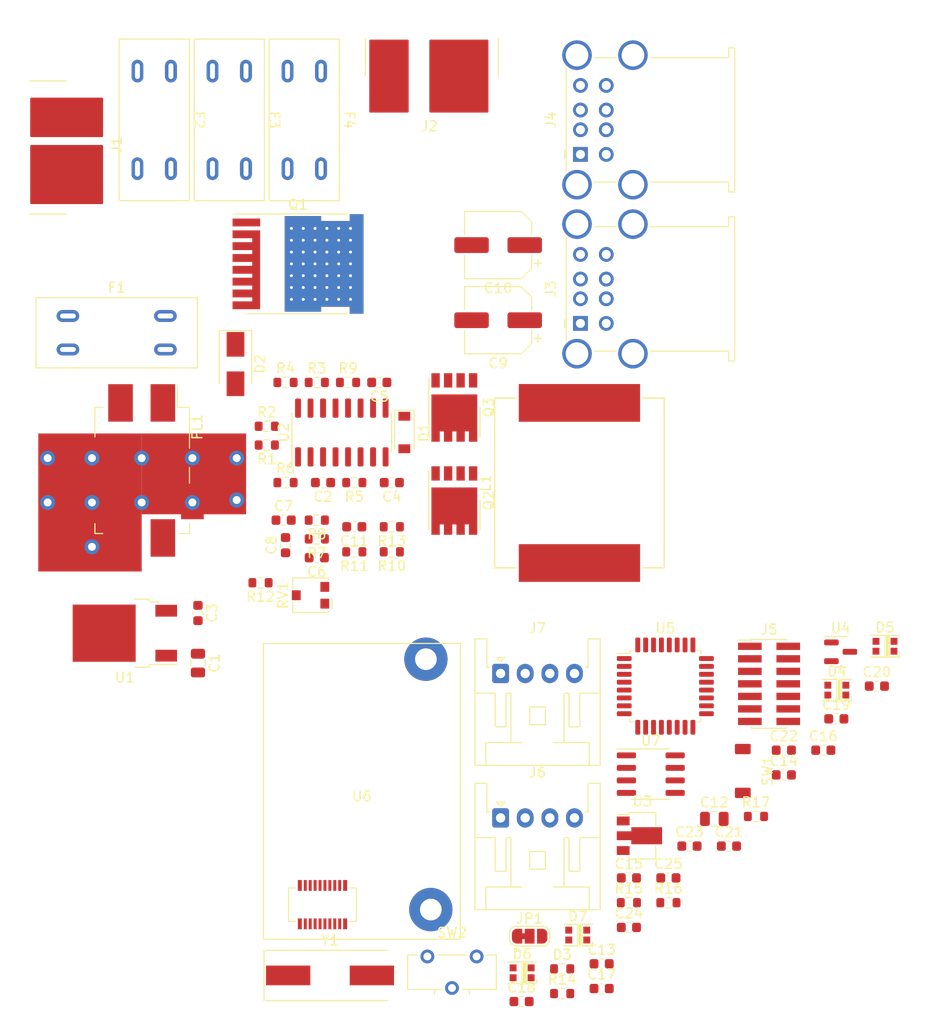
<source format=kicad_pcb>
(kicad_pcb (version 20211014) (generator pcbnew)
  (layers (0 "F.Cu" signal) (31 "B.Cu" signal) (34 "B.Paste" user) (35 "F.Paste" user) (36 "B.SilkS" user "B.Silkscreen") (37 "F.SilkS" user "F.Silkscreen") (38 "B.Mask" user) (39 "F.Mask" user) (44 "Edge.Cuts" user))
  (net 0 "")
  (net 1 "/5V_supply/24V_supply")
  (net 2 "GND")
  (net 3 "Net-(C2-Pad1)")
  (net 4 "Net-(C3-Pad1)")
  (net 5 "Net-(C5-Pad1)")
  (net 6 "Net-(C5-Pad2)")
  (net 7 "Net-(C6-Pad1)")
  (net 8 "Net-(C6-Pad2)")
  (net 9 "Net-(C11-Pad2)")
  (net 10 "Net-(C7-Pad2)")
  (net 11 "+5V")
  (net 12 "Net-(C11-Pad1)")
  (net 13 "+BATT")
  (net 14 "+12P")
  (net 15 "/Vout+")
  (net 16 "GNDPWR")
  (net 17 "/Vout-")
  (net 18 "Net-(J3-Pad6)")
  (net 19 "Net-(J3-Pad2)")
  (net 20 "Net-(J4-Pad6)")
  (net 21 "Net-(J4-Pad2)")
  (net 22 "/main_breaker_gate")
  (net 23 "Net-(Q2-Pad4)")
  (net 24 "Net-(Q3-Pad4)")
  (net 25 "Net-(R1-Pad1)")
  (net 26 "Net-(R3-Pad1)")
  (net 27 "Net-(R3-Pad2)")
  (net 28 "Net-(R5-Pad2)")
  (net 29 "Net-(R6-Pad2)")
  (net 30 "Net-(R9-Pad1)")
  (net 31 "Net-(R10-Pad2)")
  (net 32 "Net-(R11-Pad2)")
  (net 34 "Net-(C14-Pad2)")
  (net 35 "Net-(C15-Pad2)")
  (net 36 "/NRST")
  (net 37 "+3V3")
  (net 38 "Net-(D2-Pad2)")
  (net 39 "Net-(D3-Pad1)")
  (net 40 "Net-(D3-Pad2)")
  (net 41 "/NeoPixel")
  (net 42 "Net-(D4-Pad1)")
  (net 43 "Net-(D5-Pad1)")
  (net 44 "Net-(D6-Pad1)")
  (net 48 "/SWDIO")
  (net 49 "/SWCLK")
  (net 53 "/VCP_RX")
  (net 54 "/VCP_TX")
  (net 56 "/CANH")
  (net 57 "/CANL")
  (net 61 "Net-(JP1-Pad2)")
  (net 62 "Net-(R14-Pad2)")
  (net 63 "Net-(R16-Pad2)")
  (net 64 "Net-(R17-Pad1)")
  (net 66 "/IM920_IO1")
  (net 67 "/IM920_IO2")
  (net 68 "/IM920_IO6")
  (net 69 "/IM920_IO7")
  (net 70 "/IM920_IO5")
  (net 71 "/IM920_IO3")
  (net 72 "/IM920_IO4")
  (net 73 "/IM920_IO8")
  (net 75 "/IM920_IO10")
  (net 76 "/CAN_RX")
  (net 77 "/CAN_TX")
  (footprint "Inductor_SMD:L_Vishay_IHLP-6767" (layer "F.Cu") (at 195.58 114.3 90)
    (fp_text reference "L1" (at 0 -9.509 90) (layer "F.SilkS"))
    (fp_text value "8.2uH")
    (pad "1" smd rect locked (at -8.1225 0 90) (size 3.825 12.32) (layers "F.Cu" "F.Paste" "F.Mask") (net 6 "Net-(C5-Pad2)"))
    (pad "2" smd rect locked (at 8.1225 0 90) (size 3.825 12.32) (layers "F.Cu" "F.Paste" "F.Mask") (net 11 "+5V"))
  )
  (footprint "Button_Switch_additional:IS-1245T-G" (layer "F.Cu") (at 182.64 163.935)
    (fp_text reference "SW2" (at 0 -4) (layer "F.SilkS"))
    (fp_text value "SW_SPDT")
    (pad "1" thru_hole circle locked (at -2.5 -1.6) (size 1.4 1.4) (drill 0.8) (layers *.Cu *.Mask) (net 56 "/CANH"))
    (pad "2" thru_hole circle locked (at 0 1.6) (size 1.4 1.4) (drill 0.8) (layers *.Cu *.Mask) (net 64 "Net-(R17-Pad1)"))
    (pad "3" thru_hole circle locked (at 2.5 -1.6) (size 1.4 1.4) (drill 0.8) (layers *.Cu *.Mask))
  )
  (footprint "Resistor_SMD:R_0603_1608Metric" (layer "F.Cu") (at 176.53 118.745 180)
    (fp_text reference "R13" (at 0 -1.43) (layer "F.SilkS"))
    (fp_text value "100")
    (pad "1" smd roundrect locked (at -0.825 0 180) (size 0.8 0.95) (layers "F.Cu" "F.Paste" "F.Mask") (net 11 "+5V"))
    (pad "2" smd roundrect locked (at 0.825 0 180) (size 0.8 0.95) (layers "F.Cu" "F.Paste" "F.Mask") (net 12 "Net-(C11-Pad1)"))
  )
  (footprint "Capacitor_SMD:C_0603_1608Metric" (layer "F.Cu") (at 156.845 127.495 -90)
    (fp_text reference "C3" (at 0 -1.43 90) (layer "F.SilkS"))
    (fp_text value "100n")
    (pad "1" smd roundrect locked (at -0.775 0 270) (size 0.9 0.95) (layers "F.Cu" "F.Paste" "F.Mask") (net 4 "Net-(C3-Pad1)"))
    (pad "2" smd roundrect locked (at 0.775 0 270) (size 0.9 0.95) (layers "F.Cu" "F.Paste" "F.Mask") (net 2 "GND"))
  )
  (footprint "Connector_JST:JST_XA_S04B-XASK-1_1x04_P2.50mm_Horizontal" (layer "F.Cu") (at 187.575 148.28)
    (fp_text reference "J6" (at 3.75 -4.6) (layer "F.SilkS"))
    (fp_text value "Conn_01x04_Female")
    (pad "" np_thru_hole oval locked (at 3.75 6.5) (size 2.8 2) (drill oval 2.8 2) (layers *.Cu *.Mask))
    (pad "1" thru_hole roundrect locked (at 0 0) (size 1.7 1.95) (drill 0.95) (layers *.Cu *.Mask) (roundrect_rratio 0.147059))
    (pad "2" thru_hole oval locked (at 2.5 0) (size 1.7 1.95) (drill 0.95) (layers *.Cu *.Mask) (net 56 "/CANH"))
    (pad "3" thru_hole oval locked (at 5 0) (size 1.7 1.95) (drill 0.95) (layers *.Cu *.Mask) (net 57 "/CANL"))
    (pad "4" thru_hole oval locked (at 7.5 0) (size 1.7 1.95) (drill 0.95) (layers *.Cu *.Mask))
  )
  (footprint "Capacitor_SMD:C_0603_1608Metric" (layer "F.Cu") (at 200.605 159.39)
    (fp_text reference "C24" (at 0 -1.43) (layer "F.SilkS"))
    (fp_text value "100n")
    (pad "1" smd roundrect locked (at -0.775 0) (size 0.9 0.95) (layers "F.Cu" "F.Paste" "F.Mask") (net 2 "GND"))
    (pad "2" smd roundrect locked (at 0.775 0) (size 0.9 0.95) (layers "F.Cu" "F.Paste" "F.Mask") (net 37 "+3V3"))
  )
  (footprint "Capacitor_SMD:C_0603_1608Metric" (layer "F.Cu") (at 176.53 114.2625 180)
    (fp_text reference "C4" (at 0 -1.43) (layer "F.SilkS"))
    (fp_text value "1u")
    (pad "1" smd roundrect locked (at -0.775 0 180) (size 0.9 0.95) (layers "F.Cu" "F.Paste" "F.Mask") (net 4 "Net-(C3-Pad1)"))
    (pad "2" smd roundrect locked (at 0.775 0 180) (size 0.9 0.95) (layers "F.Cu" "F.Paste" "F.Mask") (net 2 "GND"))
  )
  (footprint "Diode_SMD:D_SMA" (layer "F.Cu") (at 160.655 102.235 -90)
    (fp_text reference "D2" (at 0 -2.5 90) (layer "F.SilkS"))
    (fp_text value "D_TVS")
    (pad "1" smd rect locked (at -2 0 270) (size 2.5 1.8) (layers "F.Cu" "F.Paste" "F.Mask") (net 16 "GNDPWR"))
    (pad "2" smd rect locked (at 2 0 270) (size 2.5 1.8) (layers "F.Cu" "F.Paste" "F.Mask") (net 38 "Net-(D2-Pad2)"))
  )
  (footprint "Resistor_SMD:R_0603_1608Metric" (layer "F.Cu") (at 165.735 114.2625)
    (fp_text reference "R6" (at 0 -1.43) (layer "F.SilkS"))
    (fp_text value "10k")
    (pad "1" smd roundrect locked (at -0.825 0) (size 0.8 0.95) (layers "F.Cu" "F.Paste" "F.Mask") (net 2 "GND"))
    (pad "2" smd roundrect locked (at 0.825 0) (size 0.8 0.95) (layers "F.Cu" "F.Paste" "F.Mask") (net 29 "Net-(R6-Pad2)"))
  )
  (footprint "Jumper:SolderJumper-3_P1.3mm_Bridged12_RoundedPad1.0x1.5mm" (layer "F.Cu") (at 190.525 160.28)
    (fp_text reference "JP1" (at 0 -1.8) (layer "F.SilkS"))
    (fp_text value "SolderJumper_3_Bridged12")
    (fp_poly (pts (xy -0.9 -0.3) (xy -0.4 -0.3) (xy -0.4 0.3) (xy -0.9 0.3)) (layer "F.Cu") (width 0) (fill solid))
    (pad "1" smd custom locked (at -1.3 0) (size 1 0.5) (layers "F.Cu" "F.Mask") (net 2 "GND") (options (clearance outline) (anchor rect)) (primitives (gr_circle (center 0 0.25) (end 0.5 0.25) (width 0) (fill yes)) (gr_circle (center 0 -0.25) (end 0.5 -0.25) (width 0) (fill yes)) (gr_poly (pts (xy 0.55 0.75) (xy 0 0.75) (xy 0 -0.75) (xy 0.55 -0.75)) (width 0) (fill yes))))
    (pad "2" smd rect locked (at 0 0) (size 1 1.5) (layers "F.Cu" "F.Mask") (net 61 "Net-(JP1-Pad2)"))
    (pad "3" smd custom locked (at 1.3 0) (size 1 0.5) (layers "F.Cu" "F.Mask") (net 37 "+3V3") (options (clearance outline) (anchor rect)) (primitives (gr_circle (center 0 0.25) (end 0.5 0.25) (width 0) (fill yes)) (gr_circle (center 0 -0.25) (end 0.5 -0.25) (width 0) (fill yes)) (gr_poly (pts (xy 0 0.75) (xy -0.55 0.75) (xy -0.55 -0.75) (xy 0 -0.75)) (width 0) (fill yes))))
  )
  (footprint "Resistor_SMD:R_0603_1608Metric" (layer "F.Cu") (at 193.825 166.1)
    (fp_text reference "R14" (at 0 -1.43) (layer "F.SilkS"))
    (fp_text value "10k")
    (pad "1" smd roundrect locked (at -0.825 0) (size 0.8 0.95) (layers "F.Cu" "F.Paste" "F.Mask") (net 61 "Net-(JP1-Pad2)"))
    (pad "2" smd roundrect locked (at 0.825 0) (size 0.8 0.95) (layers "F.Cu" "F.Paste" "F.Mask") (net 62 "Net-(R14-Pad2)"))
  )
  (footprint "Capacitor_SMD:C_0603_1608Metric" (layer "F.Cu") (at 165.545 118.0725)
    (fp_text reference "C7" (at 0 -1.43) (layer "F.SilkS"))
    (fp_text value "10n")
    (pad "1" smd roundrect locked (at -0.775 0) (size 0.9 0.95) (layers "F.Cu" "F.Paste" "F.Mask") (net 9 "Net-(C11-Pad2)"))
    (pad "2" smd roundrect locked (at 0.775 0) (size 0.9 0.95) (layers "F.Cu" "F.Paste" "F.Mask") (net 10 "Net-(C7-Pad2)"))
  )
  (footprint "Connector_T_connector:T_connecter_male_horizontal" (layer "F.Cu") (at 143.51 80.01 180)
    (fp_text reference "J1" (at -5.08 0 90) (layer "F.SilkS"))
    (fp_text value "Conn_01x02_Male")
    (pad "1" smd roundrect locked (at 0 2.8 180) (size 7.4 4) (layers "F.Cu" "F.Paste" "F.Mask") (roundrect_rratio 0.025) (net 13 "+BATT"))
    (pad "2" smd roundrect locked (at 0 -3 270) (size 6 7.4) (layers "F.Cu" "F.Paste" "F.Mask") (roundrect_rratio 0.017) (net 16 "GNDPWR"))
  )
  (footprint "Capacitor_SMD:C_0603_1608Metric" (layer "F.Cu") (at 169.545 114.2625 180)
    (fp_text reference "C2" (at 0 -1.43) (layer "F.SilkS"))
    (fp_text value "100n")
    (pad "1" smd roundrect locked (at -0.775 0 180) (size 0.9 0.95) (layers "F.Cu" "F.Paste" "F.Mask") (net 3 "Net-(C2-Pad1)"))
    (pad "2" smd roundrect locked (at 0.775 0 180) (size 0.9 0.95) (layers "F.Cu" "F.Paste" "F.Mask") (net 2 "GND"))
  )
  (footprint "Resistor_SMD:R_0603_1608Metric" (layer "F.Cu") (at 172.72 114.2625 180)
    (fp_text reference "R5" (at 0 -1.43) (layer "F.SilkS"))
    (fp_text value "10k")
    (pad "1" smd roundrect locked (at -0.825 0 180) (size 0.8 0.95) (layers "F.Cu" "F.Paste" "F.Mask") (net 2 "GND"))
    (pad "2" smd roundrect locked (at 0.825 0 180) (size 0.8 0.95) (layers "F.Cu" "F.Paste" "F.Mask") (net 28 "Net-(R5-Pad2)"))
  )
  (footprint "Resistor_SMD:R_0603_1608Metric" (layer "F.Cu") (at 193.825 163.59)
    (fp_text reference "D3" (at 0 -1.43) (layer "F.SilkS"))
    (fp_text value "LED")
    (pad "1" smd roundrect locked (at -0.825 0) (size 0.8 0.95) (layers "F.Cu" "F.Paste" "F.Mask") (net 39 "Net-(D3-Pad1)"))
    (pad "2" smd roundrect locked (at 0.825 0) (size 0.8 0.95) (layers "F.Cu" "F.Paste" "F.Mask") (net 40 "Net-(D3-Pad2)"))
  )
  (footprint "LED_additional:LED_2020Metric_WS2812C_2.0x2.0mm_P1.0mm" (layer "F.Cu") (at 221.72 135.315)
    (fp_text reference "D4" (at 0 -1.9) (layer "F.SilkS"))
    (fp_text value "WS2812C")
    (pad "1" smd rect locked (at 0.915 0.5) (size 0.7 0.7) (layers "F.Cu" "F.Paste" "F.Mask") (net 42 "Net-(D4-Pad1)"))
    (pad "2" smd rect locked (at 0.915 -0.5) (size 0.7 0.7) (layers "F.Cu" "F.Paste" "F.Mask") (net 2 "GND"))
    (pad "3" smd rect locked (at -0.915 -0.5) (size 0.7 0.7) (layers "F.Cu" "F.Paste" "F.Mask") (net 41 "/NeoPixel"))
    (pad "4" smd rect locked (at -0.915 0.5) (size 0.7 0.7) (layers "F.Cu" "F.Paste" "F.Mask") (net 11 "+5V"))
  )
  (footprint "Fuse_additional:Fuseholder_Keystone_3568" (layer "F.Cu") (at 160.02 77.47 -90)
    (fp_text reference "F3" (at 0 -4.572 -90 unlocked) (layer "F.SilkS"))
    (fp_text value "Fuse")
    (pad "1" thru_hole oval (at -4.95 -1.7 270) (size 2.3 1.2) (drill oval 1.6 0.5) (layers *.Cu *.Mask) (net 13 "+BATT"))
    (pad "1" thru_hole oval (at -4.95 1.7 270) (size 2.3 1.2) (drill oval 1.6 0.5) (layers *.Cu *.Mask) (net 13 "+BATT"))
    (pad "2" thru_hole oval (at 4.95 1.7 270) (size 2.3 1.2) (drill oval 1.6 0.5) (layers *.Cu *.Mask) (net 15 "/Vout+"))
    (pad "2" thru_hole oval (at 4.95 -1.7 270) (size 2.3 1.2) (drill oval 1.6 0.5) (layers *.Cu *.Mask) (net 15 "/Vout+"))
  )
  (footprint "Capacitor_SMD:C_0603_1608Metric" (layer "F.Cu") (at 165.735 120.6125 90)
    (fp_text reference "C8" (at 0 -1.43 90) (layer "F.SilkS"))
    (fp_text value "1n")
    (pad "1" smd roundrect locked (at -0.775 0 90) (size 0.9 0.95) (layers "F.Cu" "F.Paste" "F.Mask") (net 8 "Net-(C6-Pad2)"))
    (pad "2" smd roundrect locked (at 0.775 0 90) (size 0.9 0.95) (layers "F.Cu" "F.Paste" "F.Mask") (net 9 "Net-(C11-Pad2)"))
  )
  (footprint "Fuse_additional:Fuseholder_Keystone_3568" (layer "F.Cu") (at 152.4 77.47 -90)
    (fp_text reference "F2" (at 0 -4.572 -90 unlocked) (layer "F.SilkS"))
    (fp_text value "Fuse")
    (pad "1" thru_hole oval (at -4.95 -1.7 270) (size 2.3 1.2) (drill oval 1.6 0.5) (layers *.Cu *.Mask) (net 13 "+BATT"))
    (pad "1" thru_hole oval (at -4.95 1.7 270) (size 2.3 1.2) (drill oval 1.6 0.5) (layers *.Cu *.Mask) (net 13 "+BATT"))
    (pad "2" thru_hole oval (at 4.95 -1.7 270) (size 2.3 1.2) (drill oval 1.6 0.5) (layers *.Cu *.Mask) (net 15 "/Vout+"))
    (pad "2" thru_hole oval (at 4.95 1.7 270) (size 2.3 1.2) (drill oval 1.6 0.5) (layers *.Cu *.Mask) (net 15 "/Vout+"))
  )
  (footprint "Resistor_SMD:R_0603_1608Metric" (layer "F.Cu") (at 168.91 118.0725 180)
    (fp_text reference "R8" (at 0 -1.43) (layer "F.SilkS"))
    (fp_text value "5k")
    (pad "1" smd roundrect locked (at -0.825 0 180) (size 0.8 0.95) (layers "F.Cu" "F.Paste" "F.Mask") (net 7 "Net-(C6-Pad1)"))
    (pad "2" smd roundrect locked (at 0.825 0 180) (size 0.8 0.95) (layers "F.Cu" "F.Paste" "F.Mask") (net 10 "Net-(C7-Pad2)"))
  )
  (footprint "Capacitor_SMD:C_0603_1608Metric" (layer "F.Cu") (at 221.665 138.23)
    (fp_text reference "C19" (at 0 -1.43) (layer "F.SilkS"))
    (fp_text value "100n")
    (pad "1" smd roundrect locked (at -0.775 0) (size 0.9 0.95) (layers "F.Cu" "F.Paste" "F.Mask") (net 2 "GND"))
    (pad "2" smd roundrect locked (at 0.775 0) (size 0.9 0.95) (layers "F.Cu" "F.Paste" "F.Mask") (net 37 "+3V3"))
  )
  (footprint "Resistor_SMD:R_0603_1608Metric" (layer "F.Cu") (at 168.91 119.9775 180)
    (fp_text reference "R7" (at 0 -1.43) (layer "F.SilkS"))
    (fp_text value "5k")
    (pad "1" smd roundrect locked (at -0.825 0 180) (size 0.8 0.95) (layers "F.Cu" "F.Paste" "F.Mask") (net 7 "Net-(C6-Pad1)"))
    (pad "2" smd roundrect locked (at 0.825 0 180) (size 0.8 0.95) (layers "F.Cu" "F.Paste" "F.Mask") (net 10 "Net-(C7-Pad2)"))
  )
  (footprint "Package_TO_SOT_SMD:TO-252-2" (layer "F.Cu") (at 149.42 129.54 180)
    (fp_text reference "U1" (at 0 -4.5) (layer "F.SilkS"))
    (fp_text value "L7812")
    (pad "1" smd rect locked (at -4.2 -2.28 180) (size 2.2 1.2) (layers "F.Cu" "F.Paste" "F.Mask") (net 1 "/5V_supply/24V_supply"))
    (pad "2" smd rect locked (at 2.1 0 180) (size 6.4 5.8) (layers "F.Cu" "F.Mask") (net 2 "GND"))
    (pad "3" smd rect locked (at -4.2 2.28 180) (size 2.2 1.2) (layers "F.Cu" "F.Paste" "F.Mask") (net 4 "Net-(C3-Pad1)"))
  )
  (footprint "Connector_T_connector:T_connecter_female_horizontal" (layer "F.Cu") (at 180.34 73.025 90)
    (fp_text reference "J2" (at -5.08 0) (layer "F.SilkS"))
    (fp_text value "Conn_01x02_Female")
    (pad "1" smd roundrect locked (at 0 -4.1 90) (size 7.4 4) (layers "F.Cu" "F.Paste" "F.Mask") (roundrect_rratio 0.025) (net 15 "/Vout+"))
    (pad "2" smd roundrect locked (at 0 3 180) (size 6 7.4) (layers "F.Cu" "F.Paste" "F.Mask") (roundrect_rratio 0.017) (net 17 "/Vout-"))
  )
  (footprint "Package_SO:SOIC-16_3.9x9.9mm_P1.27mm" (layer "F.Cu") (at 171.45 109.1825 90)
    (fp_text reference "U2" (at 0 -5.9 90) (layer "F.SilkS"))
    (fp_text value "NCP1034")
    (pad "1" smd roundrect locked (at -2.475 -4.445 90) (size 1.95 0.6) (layers "F.Cu" "F.Paste" "F.Mask") (net 29 "Net-(R6-Pad2)"))
    (pad "2" smd roundrect locked (at -2.475 -3.175 90) (size 1.95 0.6) (layers "F.Cu" "F.Paste" "F.Mask") (net 9 "Net-(C11-Pad2)"))
    (pad "3" smd roundrect locked (at -2.475 -1.905 90) (size 1.95 0.6) (layers "F.Cu" "F.Paste" "F.Mask") (net 7 "Net-(C6-Pad1)"))
    (pad "4" smd roundrect locked (at -2.475 -0.635 90) (size 1.95 0.6) (layers "F.Cu" "F.Paste" "F.Mask") (net 3 "Net-(C2-Pad1)"))
    (pad "5" smd roundrect locked (at -2.475 0.635 90) (size 1.95 0.6) (layers "F.Cu" "F.Paste" "F.Mask") (net 28 "Net-(R5-Pad2)"))
    (pad "6" smd roundrect locked (at -2.475 1.905 90) (size 1.95 0.6) (layers "F.Cu" "F.Paste" "F.Mask") (net 2 "GND"))
    (pad "7" smd roundrect locked (at -2.475 3.175 90) (size 1.95 0.6) (layers "F.Cu" "F.Paste" "F.Mask") (net 24 "Net-(Q3-Pad4)"))
    (pad "8" smd roundrect locked (at -2.475 4.445 90) (size 1.95 0.6) (layers "F.Cu" "F.Paste" "F.Mask") (net 4 "Net-(C3-Pad1)"))
    (pad "9" smd roundrect locked (at 2.475 4.445 90) (size 1.95 0.6) (layers "F.Cu" "F.Paste" "F.Mask") (net 5 "Net-(C5-Pad1)"))
    (pad "10" smd roundrect locked (at 2.475 3.175 90) (size 1.95 0.6) (layers "F.Cu" "F.Paste" "F.Mask") (net 23 "Net-(Q2-Pad4)"))
    (pad "11" smd roundrect locked (at 2.475 1.905 90) (size 1.95 0.6) (layers "F.Cu" "F.Paste" "F.Mask") (net 6 "Net-(C5-Pad2)"))
    (pad "12" smd roundrect locked (at 2.475 0.635 90) (size 1.95 0.6) (layers "F.Cu" "F.Paste" "F.Mask") (net 4 "Net-(C3-Pad1)"))
    (pad "13" smd roundrect locked (at 2.475 -0.635 90) (size 1.95 0.6) (layers "F.Cu" "F.Paste" "F.Mask") (net 30 "Net-(R9-Pad1)"))
    (pad "14" smd roundrect locked (at 2.475 -1.905 90) (size 1.95 0.6) (layers "F.Cu" "F.Paste" "F.Mask") (net 2 "GND"))
    (pad "15" smd roundrect locked (at 2.475 -3.175 90) (size 1.95 0.6) (layers "F.Cu" "F.Paste" "F.Mask") (net 27 "Net-(R3-Pad2)"))
    (pad "16" smd roundrect locked (at 2.475 -4.445 90) (size 1.95 0.6) (layers "F.Cu" "F.Paste" "F.Mask") (net 25 "Net-(R1-Pad1)"))
  )
  (footprint "Resistor_SMD:R_0603_1608Metric" (layer "F.Cu") (at 213.505 148.13)
    (fp_text reference "R17" (at 0 -1.43) (layer "F.SilkS"))
    (fp_text value "120")
    (pad "1" smd roundrect locked (at -0.825 0) (size 0.8 0.95) (layers "F.Cu" "F.Paste" "F.Mask") (net 64 "Net-(R17-Pad1)"))
    (pad "2" smd roundrect locked (at 0.825 0) (size 0.8 0.95) (layers "F.Cu" "F.Paste" "F.Mask") (net 57 "/CANL"))
  )
  (footprint "Capacitor_SMD:C_0603_1608Metric" (layer "F.Cu") (at 197.835 165.59)
    (fp_text reference "C17" (at 0 -1.43) (layer "F.SilkS"))
    (fp_text value "1u")
    (pad "1" smd roundrect locked (at -0.775 0) (size 0.9 0.95) (layers "F.Cu" "F.Paste" "F.Mask") (net 2 "GND"))
    (pad "2" smd roundrect locked (at 0.775 0) (size 0.9 0.95) (layers "F.Cu" "F.Paste" "F.Mask") (net 11 "+5V"))
  )
  (footprint "LED_additional:LED_2020Metric_WS2812C_2.0x2.0mm_P1.0mm" (layer "F.Cu") (at 189.76 163.995)
    (fp_text reference "D6" (at 0 -1.9) (layer "F.SilkS"))
    (fp_text value "WS2812C")
    (pad "1" smd rect locked (at 0.915 0.5) (size 0.7 0.7) (layers "F.Cu" "F.Paste" "F.Mask") (net 44 "Net-(D6-Pad1)"))
    (pad "2" smd rect locked (at 0.915 -0.5) (size 0.7 0.7) (layers "F.Cu" "F.Paste" "F.Mask") (net 2 "GND"))
    (pad "3" smd rect locked (at -0.915 -0.5) (size 0.7 0.7) (layers "F.Cu" "F.Paste" "F.Mask") (net 43 "Net-(D5-Pad1)"))
    (pad "4" smd rect locked (at -0.915 0.5) (size 0.7 0.7) (layers "F.Cu" "F.Paste" "F.Mask") (net 11 "+5V"))
  )
  (footprint "Connector_USB:USB_A_Wuerth_61400826021_Horizontal_Stacked" (layer "F.Cu") (at 195.685 98.115 90)
    (fp_text reference "J3" (at 3.5 -3 90) (layer "F.SilkS"))
    (fp_text value "USB_A_Stacked")
    (pad "1" thru_hole rect locked (at 0 0 90) (size 1.5 1.5) (drill 0.92) (layers *.Cu *.Mask) (net 11 "+5V"))
    (pad "2" thru_hole circle locked (at 2.5 0 90) (size 1.5 1.5) (drill 0.92) (layers *.Cu *.Mask) (net 19 "Net-(J3-Pad2)"))
    (pad "3" thru_hole circle locked (at 4.5 0 90) (size 1.5 1.5) (drill 0.92) (layers *.Cu *.Mask) (net 19 "Net-(J3-Pad2)"))
    (pad "4" thru_hole circle locked (at 7 0 90) (size 1.5 1.5) (drill 0.92) (layers *.Cu *.Mask) (net 2 "GND"))
    (pad "5" thru_hole circle locked (at 0 2.62 90) (size 1.5 1.5) (drill 0.92) (layers *.Cu *.Mask) (net 11 "+5V"))
    (pad "6" thru_hole circle locked (at 2.5 2.62 90) (size 1.5 1.5) (drill 0.92) (layers *.Cu *.Mask) (net 18 "Net-(J3-Pad6)"))
    (pad "7" thru_hole circle locked (at 4.5 2.62 90) (size 1.5 1.5) (drill 0.92) (layers *.Cu *.Mask) (net 18 "Net-(J3-Pad6)"))
    (pad "8" thru_hole circle locked (at 7 2.62 90) (size 1.5 1.5) (drill 0.92) (layers *.Cu *.Mask) (net 2 "GND"))
    (pad "9" thru_hole circle locked (at -3.07 -0.35 90) (size 3 3) (drill 2.3) (layers *.Cu *.Mask) (net 2 "GND"))
    (pad "9" thru_hole circle locked (at 10.07 5.33 90) (size 3 3) (drill 2.3) (layers *.Cu *.Mask) (net 2 "GND"))
    (pad "9" thru_hole circle locked (at -3.07 5.33 90) (size 3 3) (drill 2.3) (layers *.Cu *.Mask) (net 2 "GND"))
    (pad "9" thru_hole circle locked (at 10.07 -0.35 90) (size 3 3) (drill 2.3) (layers *.Cu *.Mask) (net 2 "GND"))
  )
  (footprint "Capacitor_SMD:C_0603_1608Metric" (layer "F.Cu") (at 175.26 104.1025 180)
    (fp_text reference "C5" (at 0 -1.43) (layer "F.SilkS"))
    (fp_text value "100n")
    (pad "1" smd roundrect locked (at -0.775 0 180) (size 0.9 0.95) (layers "F.Cu" "F.Paste" "F.Mask") (net 5 "Net-(C5-Pad1)"))
    (pad "2" smd roundrect locked (at 0.775 0 180) (size 0.9 0.95) (layers "F.Cu" "F.Paste" "F.Mask") (net 6 "Net-(C5-Pad2)"))
  )
  (footprint "Capacitor_SMD:C_0603_1608Metric" (layer "F.Cu") (at 225.785 134.91)
    (fp_text reference "C20" (at 0 -1.43) (layer "F.SilkS"))
    (fp_text value "100n")
    (pad "1" smd roundrect locked (at -0.775 0) (size 0.9 0.95) (layers "F.Cu" "F.Paste" "F.Mask") (net 2 "GND"))
    (pad "2" smd roundrect locked (at 0.775 0) (size 0.9 0.95) (layers "F.Cu" "F.Paste" "F.Mask") (net 11 "+5V"))
  )
  (footprint "Capacitor_SMD:C_0603_1608Metric" (layer "F.Cu") (at 197.835 163.08)
    (fp_text reference "C13" (at 0 -1.43) (layer "F.SilkS"))
    (fp_text value "100n")
    (pad "1" smd roundrect locked (at -0.775 0) (size 0.9 0.95) (layers "F.Cu" "F.Paste" "F.Mask") (net 16 "GNDPWR"))
    (pad "2" smd roundrect locked (at 0.775 0) (size 0.9 0.95) (layers "F.Cu" "F.Paste" "F.Mask") (net 14 "+12P"))
  )
  (footprint "Resistor_SMD:R_0603_1608Metric" (layer "F.Cu") (at 172.085 104.1025)
    (fp_text reference "R9" (at 0 -1.43) (layer "F.SilkS"))
    (fp_text value "10k")
    (pad "1" smd roundrect locked (at -0.825 0) (size 0.8 0.95) (layers "F.Cu" "F.Paste" "F.Mask") (net 30 "Net-(R9-Pad1)"))
    (pad "2" smd roundrect locked (at 0.825 0) (size 0.8 0.95) (layers "F.Cu" "F.Paste" "F.Mask") (net 6 "Net-(C5-Pad2)"))
  )
  (footprint "Package_SO:SOIC-8_3.9x4.9mm_P1.27mm" (layer "F.Cu") (at 202.825 143.84)
    (fp_text reference "U7" (at 0 -3.4) (layer "F.SilkS"))
    (fp_text value "MCP2551-I-SN")
    (pad "1" smd roundrect locked (at -2.475 -1.905) (size 1.95 0.6) (layers "F.Cu" "F.Paste" "F.Mask") (net 77 "/CAN_TX"))
    (pad "2" smd roundrect locked (at -2.475 -0.635) (size 1.95 0.6) (layers "F.Cu" "F.Paste" "F.Mask") (net 2 "GND"))
    (pad "3" smd roundrect locked (at -2.475 0.635) (size 1.95 0.6) (layers "F.Cu" "F.Paste" "F.Mask") (net 11 "+5V"))
    (pad "4" smd roundrect locked (at -2.475 1.905) (size 1.95 0.6) (layers "F.Cu" "F.Paste" "F.Mask") (net 76 "/CAN_RX"))
    (pad "5" smd roundrect locked (at 2.475 1.905) (size 1.95 0.6) (layers "F.Cu" "F.Paste" "F.Mask"))
    (pad "6" smd roundrect locked (at 2.475 0.635) (size 1.95 0.6) (layers "F.Cu" "F.Paste" "F.Mask") (net 57 "/CANL"))
    (pad "7" smd roundrect locked (at 2.475 -0.635) (size 1.95 0.6) (layers "F.Cu" "F.Paste" "F.Mask") (net 56 "/CANH"))
    (pad "8" smd roundrect locked (at 2.475 -1.905) (size 1.95 0.6) (layers "F.Cu" "F.Paste" "F.Mask") (net 63 "Net-(R16-Pad2)"))
  )
  (footprint "Crystal:Crystal_SMD_HC49-SD" (layer "F.Cu") (at 170.255 164.26)
    (fp_text reference "Y1" (at 0 -3.55) (layer "F.SilkS"))
    (fp_text value "16MHz")
    (pad "1" smd rect locked (at -4.25 0) (size 4.5 2) (layers "F.Cu" "F.Paste" "F.Mask") (net 35 "Net-(C15-Pad2)"))
    (pad "2" smd rect locked (at 4.25 0) (size 4.5 2) (layers "F.Cu" "F.Paste" "F.Mask") (net 34 "Net-(C14-Pad2)"))
  )
  (footprint "Potentiometer_additional:Potentiometer_Murata_PVZ3A" (layer "F.Cu") (at 168.275 125.6925 90)
    (fp_text reference "RV1" (at 0 -2.794 90 unlocked) (layer "F.SilkS"))
    (fp_text value "2.2k_Potentiometer")
    (pad "1" smd roundrect (at -0.85 1.45 90) (size 1 0.9) (layers "F.Cu" "F.Paste" "F.Mask") (roundrect_rratio 0.05) (net 32 "Net-(R11-Pad2)"))
    (pad "2" smd roundrect (at 0 -1.45 90) (size 1 0.9) (layers "F.Cu" "F.Paste" "F.Mask") (roundrect_rratio 0.05) (net 9 "Net-(C11-Pad2)"))
    (pad "3" smd roundrect (at 0.85 1.45 90) (size 1 0.9) (layers "F.Cu" "F.Paste" "F.Mask") (roundrect_rratio 0.05))
  )
  (footprint "Capacitor_SMD:C_0603_1608Metric" (layer "F.Cu") (at 189.705 166.91)
    (fp_text reference "C18" (at 0 -1.43) (layer "F.SilkS"))
    (fp_text value "1u")
    (pad "1" smd roundrect locked (at -0.775 0) (size 0.9 0.95) (layers "F.Cu" "F.Paste" "F.Mask") (net 2 "GND"))
    (pad "2" smd roundrect locked (at 0.775 0) (size 0.9 0.95) (layers "F.Cu" "F.Paste" "F.Mask") (net 37 "+3V3"))
  )
  (footprint "Connector_USB:USB_A_Wuerth_61400826021_Horizontal_Stacked" (layer "F.Cu") (at 195.685 80.97 90)
    (fp_text reference "J4" (at 3.5 -3 90) (layer "F.SilkS"))
    (fp_text value "USB_A_Stacked")
    (pad "1" thru_hole rect locked (at 0 0 90) (size 1.5 1.5) (drill 0.92) (layers *.Cu *.Mask) (net 11 "+5V"))
    (pad "2" thru_hole circle locked (at 2.5 0 90) (size 1.5 1.5) (drill 0.92) (layers *.Cu *.Mask) (net 21 "Net-(J4-Pad2)"))
    (pad "3" thru_hole circle locked (at 4.5 0 90) (size 1.5 1.5) (drill 0.92) (layers *.Cu *.Mask) (net 21 "Net-(J4-Pad2)"))
    (pad "4" thru_hole circle locked (at 7 0 90) (size 1.5 1.5) (drill 0.92) (layers *.Cu *.Mask) (net 2 "GND"))
    (pad "5" thru_hole circle locked (at 0 2.62 90) (size 1.5 1.5) (drill 0.92) (layers *.Cu *.Mask) (net 11 "+5V"))
    (pad "6" thru_hole circle locked (at 2.5 2.62 90) (size 1.5 1.5) (drill 0.92) (layers *.Cu *.Mask) (net 20 "Net-(J4-Pad6)"))
    (pad "7" thru_hole circle locked (at 4.5 2.62 90) (size 1.5 1.5) (drill 0.92) (layers *.Cu *.Mask) (net 20 "Net-(J4-Pad6)"))
    (pad "8" thru_hole circle locked (at 7 2.62 90) (size 1.5 1.5) (drill 0.92) (layers *.Cu *.Mask) (net 2 "GND"))
    (pad "9" thru_hole circle locked (at -3.07 -0.35 90) (size 3 3) (drill 2.3) (layers *.Cu *.Mask) (net 2 "GND"))
    (pad "9" thru_hole circle locked (at 10.07 5.33 90) (size 3 3) (drill 2.3) (layers *.Cu *.Mask) (net 2 "GND"))
    (pad "9" thru_hole circle locked (at 10.07 -0.35 90) (size 3 3) (drill 2.3) (layers *.Cu *.Mask) (net 2 "GND"))
    (pad "9" thru_hole circle locked (at -3.07 5.33 90) (size 3 3) (drill 2.3) (layers *.Cu *.Mask) (net 2 "GND"))
  )
  (footprint "Capacitor_SMD:C_0603_1608Metric" (layer "F.Cu") (at 200.605 154.37)
    (fp_text reference "C15" (at 0 -1.43) (layer "F.SilkS"))
    (fp_text value "22p")
    (pad "1" smd roundrect locked (at -0.775 0) (size 0.9 0.95) (layers "F.Cu" "F.Paste" "F.Mask") (net 2 "GND"))
    (pad "2" smd roundrect locked (at 0.775 0) (size 0.9 0.95) (layers "F.Cu" "F.Paste" "F.Mask") (net 35 "Net-(C15-Pad2)"))
  )
  (footprint "Resistor_SMD:R_0603_1608Metric" (layer "F.Cu") (at 163.83 108.5475)
    (fp_text reference "R2" (at 0 -1.43) (layer "F.SilkS"))
    (fp_text value "10k")
    (pad "1" smd roundrect locked (at -0.825 0) (size 0.8 0.95) (layers "F.Cu" "F.Paste" "F.Mask") (net 2 "GND"))
    (pad "2" smd roundrect locked (at 0.825 0) (size 0.8 0.95) (layers "F.Cu" "F.Paste" "F.Mask") (net 25 "Net-(R1-Pad1)"))
  )
  (footprint "Capacitor_SMD:C_0603_1608Metric" (layer "F.Cu") (at 210.765 151.14)
    (fp_text reference "C21" (at 0 -1.43) (layer "F.SilkS"))
    (fp_text value "100n")
    (pad "1" smd roundrect locked (at -0.775 0) (size 0.9 0.95) (layers "F.Cu" "F.Paste" "F.Mask") (net 2 "GND"))
    (pad "2" smd roundrect locked (at 0.775 0) (size 0.9 0.95) (layers "F.Cu" "F.Paste" "F.Mask") (net 11 "+5V"))
  )
  (footprint "Capacitor_SMD:C_0603_1608Metric" (layer "F.Cu") (at 216.335 143.92)
    (fp_text reference "C14" (at 0 -1.43) (layer "F.SilkS"))
    (fp_text value "22p")
    (pad "1" smd roundrect locked (at -0.775 0) (size 0.9 0.95) (layers "F.Cu" "F.Paste" "F.Mask") (net 2 "GND"))
    (pad "2" smd roundrect locked (at 0.775 0) (size 0.9 0.95) (layers "F.Cu" "F.Paste" "F.Mask") (net 34 "Net-(C14-Pad2)"))
  )
  (footprint "Diode_SMD:D_SOD-123" (layer "F.Cu") (at 177.8 109.1825 -90)
    (fp_text reference "D1" (at 0 -2 90) (layer "F.SilkS"))
    (fp_text value "D")
    (pad "1" smd rect locked (at -1.65 0 270) (size 0.9 1.2) (layers "F.Cu" "F.Paste" "F.Mask") (net 5 "Net-(C5-Pad1)"))
    (pad "2" smd rect locked (at 1.65 0 270) (size 0.9 1.2) (layers "F.Cu" "F.Paste" "F.Mask") (net 4 "Net-(C3-Pad1)"))
  )
  (footprint "Package_TO_SOT_SMD:Infineon_PG-HSOF-8-1_ThermalVias" (layer "F.Cu") (at 167.005 92.075)
    (fp_text reference "Q1" (at 0 -6) (layer "F.SilkS"))
    (fp_text value "IPT007N06N")
    (pad "1" smd rect locked (at -5.25 -4.2) (size 2.8 0.8) (layers "F.Cu" "F.Mask") (net 22 "/main_breaker_gate"))
    (pad "2" smd custom locked (at -4.25 0.6) (size 0.8 8) (layers "F.Cu" "F.Mask") (net 16 "GNDPWR") (options (clearance outline) (anchor rect)) (primitives (gr_poly (pts (xy -0.4 -3.2) (xy -2.4 -3.2) (xy -2.4 -4) (xy -0.4 -4)) (width 0) (fill yes)) (gr_poly (pts (xy -0.4 -2) (xy -2.4 -2) (xy -2.4 -2.8) (xy -0.4 -2.8)) (width 0) (fill yes)) (gr_poly (pts (xy -0.4 -0.8) (xy -2.4 -0.8) (xy -2.4 -1.6) (xy -0.4 -1.6)) (width 0) (fill yes)) (gr_poly (pts (xy -0.4 0.4) (xy -2.4 0.4) (xy -2.4 -0.4) (xy -0.4 -0.4)) (width 0) (fill yes)) (gr_poly (pts (xy -0.4 1.6) (xy -2.4 1.6) (xy -2.4 0.8) (xy -0.4 0.8)) (width 0) (fill yes)) (gr_poly (pts (xy -0.4 2.8) (xy -2.4 2.8) (xy -2.4 2) (xy -0.4 2)) (width 0) (fill yes)) (gr_poly (pts (xy -0.4 4) (xy -2.4 4) (xy -2.4 3.2) (xy -0.4 3.2)) (width 0) (fill yes))))
    (pad "3" thru_hole circle locked (at -0.67 1.2) (size 0.6 0.6) (drill 0.3) (layers *.Cu) (net 17 "/Vout-"))
    (pad "3" thru_hole circle locked (at 1.73 3.6) (size 0.6 0.6) (drill 0.3) (layers *.Cu) (net 17 "/Vout-"))
    (pad "3" smd custom locked (at 3.8 0) (size 2.9 8.7) (layers "B.Cu") (net 17 "/Vout-") (options (clearance outline) (anchor rect)) (primitives (gr_poly (pts (xy 2.85 5.05) (xy 1.45 5.05) (xy 1.45 -5.05) (xy 2.85 -5.05)) (width 0) (fill yes)) (gr_poly (pts (xy -1.45 4.85) (xy -5.15 4.85) (xy -5.15 -4.85) (xy -1.45 -4.85)) (width 0) (fill yes))))
    (pad "3" thru_hole circle locked (at 4.13 0) (size 0.6 0.6) (drill 0.3) (layers *.Cu) (net 17 "/Vout-"))
    (pad "3" thru_hole circle locked (at 4.13 3.6) (size 0.6 0.6) (drill 0.3) (layers *.Cu) (net 17 "/Vout-"))
    (pad "3" thru_hole circle locked (at 0.53 1.2) (size 0.6 0.6) (drill 0.3) (layers *.Cu) (net 17 "/Vout-"))
    (pad "3" thru_hole circle locked (at -0.67 3.6) (size 0.6 0.6) (drill 0.3) (layers *.Cu) (net 17 "/Vout-"))
    (pad "3" thru_hole circle locked (at 1.73 -1.2) (size 0.6 0.6) (drill 0.3) (layers *.Cu) (net 17 "/Vout-"))
    (pad "3" thru_hole circle locked (at 2.93 -2.4) (size 0.6 0.6) (drill 0.3) (layers *.Cu) (net 17 "/Vout-"))
    (pad "3" thru_hole circle locked (at 0.53 0) (size 0.6 0.6) (drill 0.3) (layers *.Cu) (net 17 "/Vout-"))
    (pad "3" thru_hole circle locked (at 5.33 2.4) (size 0.6 0.6) (drill 0.3) (layers *.Cu) (net 17 "/Vout-"))
    (pad "3" thru_hole circle locked (at 2.93 3.6) (size 0.6 0.6) (drill 0.3) (layers *.Cu) (net 17 "/Vout-"))
    (pad "3" thru_hole circle locked (at 5.33 -3.6) (size 0.6 0.6) (drill 0.3) (layers *.Cu) (net 17 "/Vout-"))
    (pad "3" thru_hole circle locked (at 2.93 2.4) (size 0.6 0.6) (drill 0.3) (layers *.Cu) (net 17 "/Vout-"))
    (pad "3" thru_hole circle locked (at -0.67 0) (size 0.6 0.6) (drill 0.3) (layers *.Cu) (net 17 "/Vout-"))
    (pad "3" smd custom locked (at 3.8 0) (size 2.9 8.7) (layers "F.Cu" "F.Mask") (net 17 "/Vout-") (options (clearance outline) (anchor rect)) (primitives (gr_poly (pts (xy 2.85 5.05) (xy 1.45 5.05) (xy 1.45 -5.05) (xy 2.85 -5.05)) (width 0) (fill yes)) (gr_poly (pts (xy -1.45 4.85) (xy -5.15 4.85) (xy -5.15 -4.85) (xy -1.45 -4.85)) (width 0) (fill yes))))
    (pad "3" thru_hole circle locked (at -0.67 -2.4) (size 0.6 0.6) (drill 0.3) (layers *.Cu) (net 17 "/Vout-"))
    (pad "3" thru_hole circle locked (at 2.93 1.2) (size 0.6 0.6) (drill 0.3) (layers *.Cu) (net 17 "/Vout-"))
    (pad "3" thru_hole circle locked (at 1.73 2.4) (size 0.6 0.6) (drill 0.3) (layers *.Cu) (net 17 "/Vout-"))
    (pad "3" thru_hole circle locked (at 5.33 1.2) (size 0.6 0.6) (drill 0.3) (layers *.Cu) (net 17 "/Vout-"))
    (pad "3" thru_hole circle locked (at 4.13 -2.4) (size 0.6 0.6) (drill 0.3) (layers *.Cu) (net 17 "/Vout-"))
    (pad "3" thru_hole circle locked (at 4.13 -1.2) (size 0.6 0.6) (drill 0.3) (layers *.Cu) (net 17 "/Vout-"))
    (pad "3" thru_hole circle locked (at -0.67 -1.2) (size 0.6 0.6) (drill 0.3) (layers *.Cu) (net 17 "/Vout-"))
    (pad "3" thru_hole circle locked (at 0.53 2.4) (size 0.6 0.6) (drill 0.3) (layers *.Cu) (net 17 "/Vout-"))
    (pad "3" thru_hole circle locked (at 5.33 3.6) (size 0.6 0.6) (drill 0.3) (layers *.Cu) (net 17 "/Vout-"))
    (pad "3" thru_hole circle locked (at -0.67 2.4) (size 0.6 0.6) (drill 0.3) (layers *.Cu) (net 17 "/Vout-"))
    (pad "3" thru_hole circle locked (at 2.93 -1.2) (size 0.6 0.6) (drill 0.3) (layers *.Cu) (net 17 "/Vout-"))
    (pad "3" thru_hole circle locked (at 1.73 -2.4) (size 0.6 0.6) (drill 0.3) (layers *.Cu) (net 17 "/Vout-"))
    (pad "3" thru_hole circle locked (at 5.33 -1.2) (size 0.6 0.6) (drill 0.3) (layers *.Cu) (net 17 "/Vout-"))
    (pad "3" thru_hole circle locked (at 1.73 -3.6) (size 0.6 0.6) (drill 0.3) (layers *.Cu) (net 17 "/Vout-"))
    (pad "3" thru_hole circle locked (at 5.33 0) (size 0.6 0.6) (drill 0.3) (layers *.Cu) (net 17 "/Vout-"))
    (pad "3" thru_hole circle locked (at 2.93 -3.6) (size 0.6 0.6) (drill 0.3) (layers *.Cu) (net 17 "/Vout-"))
    (pad "3" thru_hole circle locked (at 1.73 1.2) (size 0.6 0.6) (drill 0.3) (layers *.Cu) (net 17 "/Vout-"))
    (pad "3" thru_hole circle locked (at 4.13 2.4) (size 0.6 0.6) (drill 0.3) (layers *.Cu) (net 17 "/Vout-"))
    (pad "3" thru_hole circle locked (at 0.53 -1.2) (size 0.6 0.6) (drill 0.3) (layers *.Cu) (net 17 "/Vout-"))
    (pad "3" thru_hole circle locked (at 0.53 -3.6) (size 0.6 0.6) (drill 0.3) (layers *.Cu) (net 17 "/Vout-"))
    (pad "3" thru_hole circle locked (at -0.67 -3.6) (size 0.6 0.6) (drill 0.3) (layers *.Cu) (net 17 "/Vout-"))
    (pad "3" thru_hole circle locked (at 1.73 0) (size 0.6 0.6) (drill 0.3) (layers *.Cu) (net 17 "/Vout-"))
    (pad "3" thru_hole circle locked (at 0.53 3.6) (size 0.6 0.6) (drill 0.3) (layers *.Cu) (net 17 "/Vout-"))
    (pad "3" thru_hole circle locked (at 0.53 -2.4) (size 0.6 0.6) (drill 0.3) (layers *.Cu) (net 17 "/Vout-"))
    (pad "3" thru_hole circle locked (at 4.13 -3.6) (size 0.6 0.6) (drill 0.3) (layers *.Cu) (net 17 "/Vout-"))
    (pad "3" thru_hole circle locked (at 5.33 -2.4) (size 0.6 0.6) (drill 0.3) (layers *.Cu) (net 17 "/Vout-"))
    (pad "3" thru_hole circle locked (at 2.93 0) (size 0.6 0.6) (drill 0.3) (layers *.Cu) (net 17 "/Vout-"))
    (pad "3" thru_hole circle locked (at 4.13 1.2) (size 0.6 0.6) (drill 0.3) (layers *.Cu) (net 17 "/Vout-"))
  )
  (footprint "LED_additional:LED_2020Metric_WS2812C_2.0x2.0mm_P1.0mm" (layer "F.Cu") (at 226.61 130.865)
    (fp_text reference "D5" (at 0 -1.9) (layer "F.SilkS"))
    (fp_text value "WS2812C")
    (pad "1" smd rect locked (at 0.915 0.5) (size 0.7 0.7) (layers "F.Cu" "F.Paste" "F.Mask") (net 43 "Net-(D5-Pad1)"))
    (pad "2" smd rect locked (at 0.915 -0.5) (size 0.7 0.7) (layers "F.Cu" "F.Paste" "F.Mask") (net 2 "GND"))
    (pad "3" smd rect locked (at -0.915 -0.5) (size 0.7 0.7) (layers "F.Cu" "F.Paste" "F.Mask") (net 42 "Net-(D4-Pad1)"))
    (pad "4" smd rect locked (at -0.915 0.5) (size 0.7 0.7) (layers "F.Cu" "F.Paste" "F.Mask") (net 11 "+5V"))
  )
  (footprint "Capacitor_SMD:C_0603_1608Metric" (layer "F.Cu") (at 220.345 141.41)
    (fp_text reference "C16" (at 0 -1.43) (layer "F.SilkS"))
    (fp_text value "100n")
    (pad "1" smd roundrect locked (at -0.775 0) (size 0.9 0.95) (layers "F.Cu" "F.Paste" "F.Mask") (net 2 "GND"))
    (pad "2" smd roundrect locked (at 0.775 0) (size 0.9 0.95) (layers "F.Cu" "F.Paste" "F.Mask") (net 36 "/NRST"))
  )
  (footprint "Capacitor_SMD:CP_Elec_6.3x7.7" (layer "F.Cu") (at 187.325 90.17 180)
    (fp_text reference "C10" (at 0 -4.35) (layer "F.SilkS"))
    (fp_text value "100u")
    (pad "1" smd roundrect locked (at -2.7 0 180) (size 3.5 1.6) (layers "F.Cu" "F.Paste" "F.Mask") (roundrect_rratio 0.15625) (net 11 "+5V"))
    (pad "2" smd roundrect locked (at 2.7 0 180) (size 3.5 1.6) (layers "F.Cu" "F.Paste" "F.Mask") (roundrect_rratio 0.15625) (net 2 "GND"))
  )
  (footprint "Connector_PinHeader_1.27mm:PinHeader_2x07_P1.27mm_Vertical_SMD" (layer "F.Cu") (at 214.835 134.68)
    (fp_text reference "J5" (at 0 -5.505) (layer "F.SilkS"))
    (fp_text value "Conn_02x07_Odd_Even")
    (pad "1" smd rect locked (at -1.95 -3.81) (size 2.4 0.74) (layers "F.Cu" "F.Paste" "F.Mask"))
    (pad "2" smd rect locked (at 1.95 -3.81) (size 2.4 0.74) (layers "F.Cu" "F.Paste" "F.Mask"))
    (pad "3" smd rect locked (at -1.95 -2.54) (size 2.4 0.74) (layers "F.Cu" "F.Paste" "F.Mask") (net 37 "+3V3"))
    (pad "4" smd rect locked (at 1.95 -2.54) (size 2.4 0.74) (layers "F.Cu" "F.Paste" "F.Mask") (net 48 "/SWDIO"))
    (pad "5" smd rect locked (at -1.95 -1.27) (size 2.4 0.74) (layers "F.Cu" "F.Paste" "F.Mask") (net 2 "GND"))
    (pad "6" smd rect locked (at 1.95 -1.27) (size 2.4 0.74) (layers "F.Cu" "F.Paste" "F.Mask") (net 49 "/SWCLK"))
    (pad "7" smd rect locked (at -1.95 0) (size 2.4 0.74) (layers "F.Cu" "F.Paste" "F.Mask") (net 2 "GND"))
    (pad "8" smd rect locked (at 1.95 0) (size 2.4 0.74) (layers "F.Cu" "F.Paste" "F.Mask"))
    (pad "9" smd rect locked (at -1.95 1.27) (size 2.4 0.74) (layers "F.Cu" "F.Paste" "F.Mask"))
    (pad "10" smd rect locked (at 1.95 1.27) (size 2.4 0.74) (layers "F.Cu" "F.Paste" "F.Mask"))
    (pad "11" smd rect locked (at -1.95 2.54) (size 2.4 0.74) (layers "F.Cu" "F.Paste" "F.Mask") (net 2 "GND"))
    (pad "12" smd rect locked (at 1.95 2.54) (size 2.4 0.74) (layers "F.Cu" "F.Paste" "F.Mask") (net 36 "/NRST"))
    (pad "13" smd rect locked (at -1.95 3.81) (size 2.4 0.74) (layers "F.Cu" "F.Paste" "F.Mask") (net 53 "/VCP_RX"))
    (pad "14" smd rect locked (at 1.95 3.81) (size 2.4 0.74) (layers "F.Cu" "F.Paste" "F.Mask") (net 54 "/VCP_TX"))
  )
  (footprint "Package_TO_SOT_SMD:SOT-89-3" (layer "F.Cu") (at 201.675 150.09)
    (fp_text reference "U3" (at 0.3 -3.5) (layer "F.SilkS"))
    (fp_text value "L78L12_SOT89")
    (pad "1" smd rect locked (at -1.65 -1.5) (size 1.3 0.9) (layers "F.Cu" "F.Paste" "F.Mask") (net 14 "+12P"))
    (pad "2" smd custom locked (at -1.5625 0) (size 1.475 0.9) (layers "F.Cu" "F.Paste" "F.Mask") (net 16 "GNDPWR") (options (clearance outline) (anchor rect)) (primitives (gr_poly (pts (xy 3.8625 0.8665) (xy 0.7375 0.8665) (xy 0.7375 -0.8665) (xy 3.8625 -0.8665)) (width 0) (fill yes))))
    (pad "3" smd rect locked (at -1.65 1.5) (size 1.3 0.9) (layers "F.Cu" "F.Paste" "F.Mask") (net 13 "+BATT"))
  )
  (footprint "Package_QFP:LQFP-32_7x7mm_P0.8mm" (layer "F.Cu") (at 204.305 134.91)
    (fp_text reference "U5" (at 0 -5.88) (layer "F.SilkS"))
    (fp_text value "STM32F303K8Tx")
    (pad "1" smd roundrect locked (at -4.175 -2.8) (size 1.5 0.5) (layers "F.Cu" "F.Paste" "F.Mask") (net 37 "+3V3"))
    (pad "2" smd roundrect locked (at -4.175 -2) (size 1.5 0.5) (layers "F.Cu" "F.Paste" "F.Mask") (net 34 "Net-(C14-Pad2)"))
    (pad "3" smd roundrect locked (at -4.175 -1.2) (size 1.5 0.5) (layers "F.Cu" "F.Paste" "F.Mask") (net 35 "Net-(C15-Pad2)"))
    (pad "4" smd roundrect locked (at -4.175 -0.4) (size 1.5 0.5) (layers "F.Cu" "F.Paste" "F.Mask") (net 36 "/NRST"))
    (pad "5" smd roundrect locked (at -4.175 0.4) (size 1.5 0.5) (layers "F.Cu" "F.Paste" "F.Mask") (net 37 "+3V3"))
    (pad "6" smd roundrect locked (at -4.175 1.2) (size 1.5 0.5) (layers "F.Cu" "F.Paste" "F.Mask") (net 66 "/IM920_IO1"))
    (pad "7" smd roundrect locked (at -4.175 2) (size 1.5 0.5) (layers "F.Cu" "F.Paste" "F.Mask") (net 67 "/IM920_IO2"))
    (pad "8" smd roundrect locked (at -4.175 2.8) (size 1.5 0.5) (layers "F.Cu" "F.Paste" "F.Mask") (net 68 "/IM920_IO6"))
    (pad "9" smd roundrect locked (at -2.8 4.175) (size 0.5 1.5) (layers "F.Cu" "F.Paste" "F.Mask") (net 69 "/IM920_IO7"))
    (pad "10" smd roundrect locked (at -2 4.175) (size 0.5 1.5) (layers "F.Cu" "F.Paste" "F.Mask") (net 70 "/IM920_IO5"))
    (pad "11" smd roundrect locked (at -1.2 4.175) (size 0.5 1.5) (layers "F.Cu" "F.Paste" "F.Mask") (net 71 "/IM920_IO3"))
    (pad "12" smd roundrect locked (at -0.4 4.175) (size 0.5 1.5) (layers "F.Cu" "F.Paste" "F.Mask") (net 72 "/IM920_IO4"))
    (pad "13" smd roundrect locked (at 0.4 4.175) (size 0.5 1.5) (layers "F.Cu" "F.Paste" "F.Mask") (net 73 "/IM920_IO8"))
    (pad "14" smd roundrect locked (at 1.2 4.175) (size 0.5 1.5) (layers "F.Cu" "F.Paste" "F.Mask"))
    (pad "15" smd roundrect locked (at 2 4.175) (size 0.5 1.5) (layers "F.Cu" "F.Paste" "F.Mask") (net 41 "/NeoPixel"))
    (pad "16" smd roundrect locked (at 2.8 4.175) (size 0.5 1.5) (layers "F.Cu" "F.Paste" "F.Mask") (net 2 "GND"))
    (pad "17" smd roundrect locked (at 4.175 2.8) (size 1.5 0.5) (layers "F.Cu" "F.Paste" "F.Mask") (net 37 "+3V3"))
    (pad "18" smd roundrect locked (at 4.175 2) (size 1.5 0.5) (layers "F.Cu" "F.Paste" "F.Mask") (net 75 "/IM920_IO10"))
    (pad "19" smd roundrect locked (at 4.175 1.2) (size 1.5 0.5) (layers "F.Cu" "F.Paste" "F.Mask") (net 53 "/VCP_RX"))
    (pad "20" smd roundrect locked (at 4.175 0.4) (size 1.5 0.5) (layers "F.Cu" "F.Paste" "F.Mask") (net 54 "/VCP_TX"))
    (pad "21" smd roundrect locked (at 4.175 -0.4) (size 1.5 0.5) (layers "F.Cu" "F.Paste" "F.Mask") (net 76 "/CAN_RX"))
    (pad "22" smd roundrect locked (at 4.175 -1.2) (size 1.5 0.5) (layers "F.Cu" "F.Paste" "F.Mask") (net 77 "/CAN_TX"))
    (pad "23" smd roundrect locked (at 4.175 -2) (size 1.5 0.5) (layers "F.Cu" "F.Paste" "F.Mask") (net 48 "/SWDIO"))
    (pad "24" smd roundrect locked (at 4.175 -2.8) (size 1.5 0.5) (layers "F.Cu" "F.Paste" "F.Mask") (net 49 "/SWCLK"))
    (pad "25" smd roundrect locked (at 2.8 -4.175) (size 0.5 1.5) (layers "F.Cu" "F.Paste" "F.Mask"))
    (pad "26" smd roundrect locked (at 2 -4.175) (size 0.5 1.5) (layers "F.Cu" "F.Paste" "F.Mask"))
    (pad "27" smd roundrect locked (at 1.2 -4.175) (size 0.5 1.5) (layers "F.Cu" "F.Paste" "F.Mask"))
    (pad "28" smd roundrect locked (at 0.4 -4.175) (size 0.5 1.5) (layers "F.Cu" "F.Paste" "F.Mask"))
    (pad "29" smd roundrect locked (at -0.4 -4.175) (size 0.5 1.5) (layers "F.Cu" "F.Paste" "F.Mask"))
    (pad "30" smd roundrect locked (at -1.2 -4.175) (size 0.5 1.5) (layers "F.Cu" "F.Paste" "F.Mask"))
    (pad "31" smd roundrect locked (at -2 -4.175) (size 0.5 1.5) (layers "F.Cu" "F.Paste" "F.Mask") (net 62 "Net-(R14-Pad2)"))
    (pad "32" smd roundrect locked (at -2.8 -4.175) (size 0.5 1.5) (layers "F.Cu" "F.Paste" "F.Mask") (net 2 "GND"))
  )
  (footprint "LED_additional:LED_2020Metric_WS2812C_2.0x2.0mm_P1.0mm" (layer "F.Cu") (at 195.41 160.165)
    (fp_text reference "D7" (at 0 -1.9) (layer "F.SilkS"))
    (fp_text value "WS2812C")
    (pad "1" smd rect locked (at 0.915 0.5) (size 0.7 0.7) (layers "F.Cu" "F.Paste" "F.Mask"))
    (pad "2" smd rect locked (at 0.915 -0.5) (size 0.7 0.7) (layers "F.Cu" "F.Paste" "F.Mask") (net 2 "GND"))
    (pad "3" smd rect locked (at -0.915 -0.5) (size 0.7 0.7) (layers "F.Cu" "F.Paste" "F.Mask") (net 44 "Net-(D6-Pad1)"))
    (pad "4" smd rect locked (at -0.915 0.5) (size 0.7 0.7) (layers "F.Cu" "F.Paste" "F.Mask") (net 11 "+5V"))
  )
  (footprint "Resistor_SMD:R_0603_1608Metric" (layer "F.Cu") (at 165.735 104.1025)
    (fp_text reference "R4" (at 0 -1.43) (layer "F.SilkS"))
    (fp_text value "5k")
    (pad "1" smd roundrect locked (at -0.825 0) (size 0.8 0.95) (layers "F.Cu" "F.Paste" "F.Mask") (net 2 "GND"))
    (pad "2" smd roundrect locked (at 0.825 0) (size 0.8 0.95) (layers "F.Cu" "F.Paste" "F.Mask") (net 26 "Net-(R3-Pad1)"))
  )
  (footprint "Resistor_SMD:R_0603_1608Metric" (layer "F.Cu") (at 163.195 124.4225 180)
    (fp_text reference "R12" (at 0 -1.43) (layer "F.SilkS"))
    (fp_text value "5k")
    (pad "1" smd roundrect locked (at -0.825 0 180) (size 0.8 0.95) (layers "F.Cu" "F.Paste" "F.Mask") (net 9 "Net-(C11-Pad2)"))
    (pad "2" smd roundrect locked (at 0.825 0 180) (size 0.8 0.95) (layers "F.Cu" "F.Paste" "F.Mask") (net 2 "GND"))
  )
  (footprint "Resistor_SMD:R_0603_1608Metric" (layer "F.Cu") (at 172.72 121.285 180)
    (fp_text reference "R11" (at 0 -1.43) (layer "F.SilkS"))
    (fp_text value "5k")
    (pad "1" smd roundrect locked (at -0.825 0 180) (size 0.8 0.95) (layers "F.Cu" "F.Paste" "F.Mask") (net 31 "Net-(R10-Pad2)"))
    (pad "2" smd roundrect locked (at 0.825 0 180) (size 0.8 0.95) (layers "F.Cu" "F.Paste" "F.Mask") (net 32 "Net-(R11-Pad2)"))
  )
  (footprint "Resistor_SMD:R_0603_1608Metric" (layer "F.Cu") (at 163.83 110.4525 180)
    (fp_text reference "R1" (at 0 -1.43) (layer "F.SilkS"))
    (fp_text value "100k")
    (pad "1" smd roundrect locked (at -0.825 0 180) (size 0.8 0.95) (layers "F.Cu" "F.Paste" "F.Mask") (net 25 "Net-(R1-Pad1)"))
    (pad "2" smd roundrect locked (at 0.825 0 180) (size 0.8 0.95) (layers "F.Cu" "F.Paste" "F.Mask") (net 1 "/5V_supply/24V_supply"))
  )
  (footprint "Connector_JST:JST_XA_S04B-XASK-1_1x04_P2.50mm_Horizontal" (layer "F.Cu") (at 187.575 133.63)
    (fp_text reference "J7" (at 3.75 -4.6) (layer "F.SilkS"))
    (fp_text value "Conn_01x04_Female")
    (pad "" np_thru_hole oval locked (at 3.75 6.5) (size 2.8 2) (drill oval 2.8 2) (layers *.Cu *.Mask))
    (pad "1" thru_hole roundrect locked (at 0 0) (size 1.7 1.95) (drill 0.95) (layers *.Cu *.Mask) (roundrect_rratio 0.147059))
    (pad "2" thru_hole oval locked (at 2.5 0) (size 1.7 1.95) (drill 0.95) (layers *.Cu *.Mask) (net 56 "/CANH"))
    (pad "3" thru_hole oval locked (at 5 0) (size 1.7 1.95) (drill 0.95) (layers *.Cu *.Mask) (net 57 "/CANL"))
    (pad "4" thru_hole oval locked (at 7.5 0) (size 1.7 1.95) (drill 0.95) (layers *.Cu *.Mask))
  )
  (footprint "Fuse_additional:Fuseholder_Keystone_3568" (layer "F.Cu") (at 167.64 77.47 -90)
    (fp_text reference "F4" (at 0 -4.572 -90 unlocked) (layer "F.SilkS"))
    (fp_text value "Fuse")
    (pad "1" thru_hole oval (at -4.95 1.7 270) (size 2.3 1.2) (drill oval 1.6 0.5) (layers *.Cu *.Mask) (net 13 "+BATT"))
    (pad "1" thru_hole oval (at -4.95 -1.7 270) (size 2.3 1.2) (drill oval 1.6 0.5) (layers *.Cu *.Mask) (net 13 "+BATT"))
    (pad "2" thru_hole oval (at 4.95 1.7 270) (size 2.3 1.2) (drill oval 1.6 0.5) (layers *.Cu *.Mask) (net 15 "/Vout+"))
    (pad "2" thru_hole oval (at 4.95 -1.7 270) (size 2.3 1.2) (drill oval 1.6 0.5) (layers *.Cu *.Mask) (net 15 "/Vout+"))
  )
  (footprint "Fuse_additional:Fuseholder_Keystone_3568" (layer "F.Cu") (at 148.59 99.06)
    (fp_text reference "F1" (at 0 -4.572 unlocked) (layer "F.SilkS"))
    (fp_text value "Fuse")
    (pad "1" thru_hole oval (at -4.95 1.7) (size 2.3 1.2) (drill oval 1.6 0.5) (layers *.Cu *.Mask) (net 13 "+BATT"))
    (pad "1" thru_hole oval (at -4.95 -1.7) (size 2.3 1.2) (drill oval 1.6 0.5) (layers *.Cu *.Mask) (net 13 "+BATT"))
    (pad "2" thru_hole oval (at 4.95 -1.7) (size 2.3 1.2) (drill oval 1.6 0.5) (layers *.Cu *.Mask) (net 38 "Net-(D2-Pad2)"))
    (pad "2" thru_hole oval (at 4.95 1.7) (size 2.3 1.2) (drill oval 1.6 0.5) (layers *.Cu *.Mask) (net 38 "Net-(D2-Pad2)"))
  )
  (footprint "Package_SON_additional:Toshiba_SOP_Advance" (layer "F.Cu") (at 182.88 106.6425 -90)
    (fp_text reference "Q3" (at 0 -3.5 90) (layer "F.SilkS"))
    (fp_text value "TPH11006NL")
    (pad "1" smd rect (at -2.75 -1.905 270) (size 1.45 0.85) (layers "F.Cu" "F.Paste" "F.Mask") (net 2 "GND"))
    (pad "2" smd rect (at -2.75 -0.635 270) (size 1.45 0.85) (layers "F.Cu" "F.Paste" "F.Mask") (net 2 "GND"))
    (pad "3" smd rect (at -2.75 0.635 270) (size 1.45 0.85) (layers "F.Cu" "F.Paste" "F.Mask") (net 2 "GND"))
    (pad "4" smd rect (at -2.75 1.905 270) (size 1.45 0.85) (layers "F.Cu" "F.Paste" "F.Mask") (net 24 "Net-(Q3-Pad4)"))
    (pad "5" smd rect (at 0.55 0 270) (size 3.75 4.66) (layers "F.Cu" "F.Mask") (net 6 "Net-(C5-Pad2)"))
    (pad "5" smd rect (at 2.75 -1.905 270) (size 1.45 0.85) (layers "F.Cu" "F.Paste" "F.Mask") (net 6 "Net-(C5-Pad2)"))
    (pad "6" smd rect (at 2.75 -0.635 270) (size 1.45 0.85) (layers "F.Cu" "F.Paste" "F.Mask") (net 6 "Net-(C5-Pad2)"))
    (pad "7" smd rect (at 2.75 0.635 270) (size 1.45 0.85) (layers "F.Cu" "F.Paste" "F.Mask") (net 6 "Net-(C5-Pad2)"))
    (pad "8" smd rect (at 2.75 1.905 270) (size 1.45 0.85) (layers "F.Cu" "F.Paste" "F.Mask") (net 6 "Net-(C5-Pad2)"))
  )
  (footprint "Package_TO_SOT_SMD:SOT-23" (layer "F.Cu") (at 222.105 131.43)
    (fp_text reference "U4" (at 0 -2.4) (layer "F.SilkS"))
    (fp_text value "MCP1700-3302E_SOT23")
    (pad "1" smd roundrect locked (at -0.9375 -0.95) (size 1.475 0.6) (layers "F.Cu" "F.Paste" "F.Mask") (net 2 "GND"))
    (pad "2" smd roundrect locked (at -0.9375 0.95) (size 1.475 0.6) (layers "F.Cu" "F.Paste" "F.Mask") (net 37 "+3V3"))
    (pad "3" smd roundrect locked (at 0.9375 0) (size 1.475 0.6) (layers "F.Cu" "F.Paste" "F.Mask") (net 11 "+5V"))
  )
  (footprint "Package_SON_additional:Toshiba_SOP_Advance" (layer "F.Cu") (at 182.88 116.0825 -90)
    (fp_text reference "Q2" (at 0 -3.5 90) (layer "F.SilkS"))
    (fp_text value "TPH11006NL")
    (pad "1" smd rect (at -2.75 -1.905 270) (size 1.45 0.85) (layers "F.Cu" "F.Paste" "F.Mask") (net 6 "Net-(C5-Pad2)"))
    (pad "2" smd rect (at -2.75 -0.635 270) (size 1.45 0.85) (layers "F.Cu" "F.Paste" "F.Mask") (net 6 "Net-(C5-Pad2)"))
    (pad "3" smd rect (at -2.75 0.635 270) (size 1.45 0.85) (layers "F.Cu" "F.Paste" "F.Mask") (net 6 "Net-(C5-Pad2)"))
    (pad "4" smd rect (at -2.75 1.905 270) (size 1.45 0.85) (layers "F.Cu" "F.Paste" "F.Mask") (net 23 "Net-(Q2-Pad4)"))
    (pad "5" smd rect (at 2.75 -1.905 270) (size 1.45 0.85) (layers "F.Cu" "F.Paste" "F.Mask") (net 1 "/5V_supply/24V_supply"))
    (pad "5" smd rect (at 0.55 0 270) (size 3.75 4.66) (layers "F.Cu" "F.Mask") (net 1 "/5V_supply/24V_supply"))
    (pad "6" smd rect (at 2.75 -0.635 270) (size 1.45 0.85) (layers "F.Cu" "F.Paste" "F.Mask") (net 1 "/5V_supply/24V_supply"))
    (pad "7" smd rect (at 2.75 0.635 270) (size 1.45 0.85) (layers "F.Cu" "F.Paste" "F.Mask") (net 1 "/5V_supply/24V_supply"))
    (pad "8" smd rect (at 2.75 1.905 270) (size 1.45 0.85) (layers "F.Cu" "F.Paste" "F.Mask") (net 1 "/5V_supply/24V_supply"))
  )
  (footprint "Capacitor_SMD:C_0603_1608Metric" (layer "F.Cu") (at 216.335 141.41)
    (fp_text reference "C22" (at 0 -1.43) (layer "F.SilkS"))
    (fp_text value "100n")
    (pad "1" smd roundrect locked (at -0.775 0) (size 0.9 0.95) (layers "F.Cu" "F.Paste" "F.Mask") (net 2 "GND"))
    (pad "2" smd roundrect locked (at 0.775 0) (size 0.9 0.95) (layers "F.Cu" "F.Paste" "F.Mask") (net 11 "+5V"))
  )
  (footprint "Capacitor_SMD:C_0805_2012Metric" (layer "F.Cu") (at 156.845 132.575 -90)
    (fp_text reference "C1" (at 0 -1.68 90) (layer "F.SilkS"))
    (fp_text value "10u")
    (pad "1" smd roundrect locked (at -0.95 0 270) (size 1 1.45) (layers "F.Cu" "F.Paste" "F.Mask") (net 1 "/5V_supply/24V_supply"))
    (pad "2" smd roundrect locked (at 0.95 0 270) (size 1 1.45) (layers "F.Cu" "F.Paste" "F.Mask") (net 2 "GND"))
  )
  (footprint "Capacitor_SMD:C_0603_1608Metric" (layer "F.Cu") (at 172.72 118.745 180)
    (fp_text reference "C11" (at 0 -1.43) (layer "F.SilkS"))
    (fp_text value "1n")
    (pad "1" smd roundrect locked (at -0.775 0 180) (size 0.9 0.95) (layers "F.Cu" "F.Paste" "F.Mask") (net 12 "Net-(C11-Pad1)"))
    (pad "2" smd roundrect locked (at 0.775 0 180) (size 0.9 0.95) (layers "F.Cu" "F.Paste" "F.Mask") (net 9 "Net-(C11-Pad2)"))
  )
  (footprint "Resistor_SMD:R_0603_1608Metric" (layer "F.Cu") (at 204.615 156.88)
    (fp_text reference "R16" (at 0 -1.43) (layer "F.SilkS"))
    (fp_text value "10k")
    (pad "1" smd roundrect locked (at -0.825 0) (size 0.8 0.95) (layers "F.Cu" "F.Paste" "F.Mask") (net 2 "GND"))
    (pad "2" smd roundrect locked (at 0.825 0) (size 0.8 0.95) (layers "F.Cu" "F.Paste" "F.Mask") (net 63 "Net-(R16-Pad2)"))
  )
  (footprint "Capacitor_SMD:C_0603_1608Metric" (layer "F.Cu") (at 206.755 151.14)
    (fp_text reference "C23" (at 0 -1.43) (layer "F.SilkS"))
    (fp_text value "100n")
    (pad "1" smd roundrect locked (at -0.775 0) (size 0.9 0.95) (layers "F.Cu" "F.Paste" "F.Mask") (net 2 "GND"))
    (pad "2" smd roundrect locked (at 0.775 0) (size 0.9 0.95) (layers "F.Cu" "F.Paste" "F.Mask") (net 11 "+5V"))
  )
  (footprint "Resistor_SMD:R_0603_1608Metric" (layer "F.Cu") (at 200.605 156.88)
    (fp_text reference "R15" (at 0 -1.43) (layer "F.SilkS"))
    (fp_text value "10k")
    (pad "1" smd roundrect locked (at -0.825 0) (size 0.8 0.95) (layers "F.Cu" "F.Paste" "F.Mask") (net 2 "GND"))
    (pad "2" smd roundrect locked (at 0.825 0) (size 0.8 0.95) (layers "F.Cu" "F.Paste" "F.Mask") (net 39 "Net-(D3-Pad1)"))
  )
  (footprint "Resistor_SMD:R_0603_1608Metric" (layer "F.Cu") (at 176.53 121.285 180)
    (fp_text reference "R10" (at 0 -1.43) (layer "F.SilkS"))
    (fp_text value "10k")
    (pad "1" smd roundrect locked (at -0.825 0 180) (size 0.8 0.95) (layers "F.Cu" "F.Paste" "F.Mask") (net 11 "+5V"))
    (pad "2" smd roundrect locked (at 0.825 0 180) (size 0.8 0.95) (layers "F.Cu" "F.Paste" "F.Mask") (net 31 "Net-(R10-Pad2)"))
  )
  (footprint "Button_Switch_additional:TVAF06-A020B-R" (layer "F.Cu") (at 212.17 143.515)
    (fp_text reference "SW1" (at 2.5 0 90) (layer "F.SilkS"))
    (fp_text value "SW_Push")
    (pad "" np_thru_hole circle locked (at -0.9 0) (size 0.75 0.75) (drill 0.75) (layers *.Cu *.Mask))
    (pad "" np_thru_hole circle locked (at 0.9 0) (size 0.75 0.75) (drill 0.75) (layers *.Cu *.Mask))
    (pad "1" smd roundrect locked (at 0 2.225) (size 1.6 1.05) (layers "F.Cu" "F.Paste" "F.Mask") (roundrect_rratio 0.125) (net 2 "GND"))
    (pad "2" smd roundrect locked (at 0 -2.225) (size 1.6 1.05) (layers "F.Cu" "F.Paste" "F.Mask") (roundrect_rratio 0.125) (net 36 "/NRST"))
  )
  (footprint "Capacitor_SMD:C_0805_2012Metric" (layer "F.Cu") (at 209.275 148.38)
    (fp_text reference "C12" (at 0 -1.68) (layer "F.SilkS"))
    (fp_text value "10u")
    (pad "1" smd roundrect locked (at -0.95 0) (size 1 1.45) (layers "F.Cu" "F.Paste" "F.Mask") (net 13 "+BATT"))
    (pad "2" smd roundrect locked (at 0.95 0) (size 1 1.45) (layers "F.Cu" "F.Paste" "F.Mask") (net 16 "GNDPWR"))
  )
  (footprint "Capacitor_SMD:C_0603_1608Metric" (layer "F.Cu") (at 168.91 121.8825 180)
    (fp_text reference "C6" (at 0 -1.43) (layer "F.SilkS"))
    (fp_text value "1n")
    (pad "1" smd roundrect locked (at -0.775 0 180) (size 0.9 0.95) (layers "F.Cu" "F.Paste" "F.Mask") (net 7 "Net-(C6-Pad1)"))
    (pad "2" smd roundrect locked (at 0.775 0 180) (size 0.9 0.95) (layers "F.Cu" "F.Paste" "F.Mask") (net 8 "Net-(C6-Pad2)"))
  )
  (footprint "Capacitor_SMD:C_0603_1608Metric" (layer "F.Cu") (at 204.615 154.37)
    (fp_text reference "C25" (at 0 -1.43) (layer "F.SilkS"))
    (fp_text value "100n")
    (pad "1" smd roundrect locked (at -0.775 0) (size 0.9 0.95) (layers "F.Cu" "F.Paste" "F.Mask") (net 2 "GND"))
    (pad "2" smd roundrect locked (at 0.775 0) (size 0.9 0.95) (layers "F.Cu" "F.Paste" "F.Mask") (net 11 "+5V"))
  )
  (footprint "interplan:IM920s" (layer "F.Cu") (at 173.49 145.58)
    (fp_text reference "U6" (at 0 0.5) (layer "F.SilkS"))
    (fp_text value "IM920s")
    (pad "1" smd roundrect locked (at -1.7 13.45 180) (size 0.4 1.1) (layers "F.Cu" "F.Paste" "F.Mask") (roundrect_rratio 0.025) (net 66 "/IM920_IO1"))
    (pad "2" smd roundrect locked (at -1.7 9.55) (size 0.4 1.1) (layers "F.Cu" "F.Paste" "F.Mask") (roundrect_rratio 0.025) (net 67 "/IM920_IO2"))
    (pad "3" smd roundrect locked (at -2.25 13.45 180) (size 0.3 1.1) (layers "F.Cu" "F.Paste" "F.Mask") (roundrect_rratio 0.025) (net 71 "/IM920_IO3"))
    (pad "4" smd roundrect locked (at -2.25 9.55) (size 0.3 1.1) (layers "F.Cu" "F.Paste" "F.Mask") (roundrect_rratio 0.025) (net 72 "/IM920_IO4"))
    (pad "5" smd roundrect locked (at -2.75 13.45 180) (size 0.3 1.1) (layers "F.Cu" "F.Paste" "F.Mask") (roundrect_rratio 0.025) (net 70 "/IM920_IO5"))
    (pad "6" smd roundrect locked (at -2.75 9.55) (size 0.3 1.1) (layers "F.Cu" "F.Paste" "F.Mask") (roundrect_rratio 0.025) (net 68 "/IM920_IO6"))
    (pad "7" smd roundrect locked (at -3.25 13.45 180) (size 0.3 1.1) (layers "F.Cu" "F.Paste" "F.Mask") (roundrect_rratio 0.025) (net 69 "/IM920_IO7"))
    (pad "8" smd roundrect locked (at -3.25 9.55) (size 0.3 1.1) (layers "F.Cu" "F.Paste" "F.Mask") (roundrect_rratio 0.025) (net 73 "/IM920_IO8"))
    (pad "9" smd roundrect locked (at -3.75 13.45 180) (size 0.3 1.1) (layers "F.Cu" "F.Paste" "F.Mask") (roundrect_rratio 0.025))
    (pad "10" smd roundrect locked (at -3.75 9.55) (size 0.3 1.1) (layers "F.Cu" "F.Paste" "F.Mask") (roundrect_rratio 0.025) (net 75 "/IM920_IO10"))
    (pad "11" smd roundrect locked (at -4.25 13.45 180) (size 0.3 1.1) (layers "F.Cu" "F.Paste" "F.Mask") (roundrect_rratio 0.025))
    (pad "12" smd roundrect locked (at -4.25 9.55) (size 0.3 1.1) (layers "F.Cu" "F.Paste" "F.Mask") (roundrect_rratio 0.025))
    (pad "13" smd roundrect locked (at -4.75 13.45 180) (size 0.3 1.1) (layers "F.Cu" "F.Paste" "F.Mask") (roundrect_rratio 0.025))
    (pad "14" smd roundrect locked (at -4.75 9.55) (size 0.3 1.1) (layers "F.Cu" "F.Paste" "F.Mask") (roundrect_rratio 0.025))
    (pad "15" smd roundrect locked (at -5.25 13.45 180) (size 0.3 1.1) (layers "F.Cu" "F.Paste" "F.Mask") (roundrect_rratio 0.025) (net 40 "Net-(D3-Pad2)"))
    (pad "16" smd roundrect locked (at -5.25 9.55) (size 0.3 1.1) (layers "F.Cu" "F.Paste" "F.Mask") (roundrect_rratio 0.025))
    (pad "17" smd roundrect locked (at -5.75 13.45 180) (size 0.3 1.1) (layers "F.Cu" "F.Paste" "F.Mask") (roundrect_rratio 0.025) (net 37 "+3V3"))
    (pad "18" thru_hole circle locked (at 7 12) (size 4.4 4.4) (drill 2.2) (layers *.Cu *.Mask) (net 2 "GND"))
    (pad "18" smd roundrect locked (at -5.75 9.55) (size 0.3 1.1) (layers "F.Cu" "F.Paste" "F.Mask") (roundrect_rratio 0.025) (net 2 "GND"))
    (pad "18" thru_hole circle locked (at 6.5 -13.4) (size 4.4 4.4) (drill 2.2) (layers *.Cu *.Mask) (net 2 "GND"))
    (pad "19" smd roundrect locked (at -6.3 13.45 180) (size 0.4 1.1) (layers "F.Cu" "F.Paste" "F.Mask") (roundrect_rratio 0.025))
    (pad "20" smd roundrect locked (at -6.3 9.55) (size 0.4 1.1) (layers "F.Cu" "F.Paste" "F.Mask") (roundrect_rratio 0.025))
  )
  (footprint "Capacitor_SMD:CP_Elec_6.3x7.7" (layer "F.Cu") (at 187.325 97.79 180)
    (fp_text reference "C9" (at 0 -4.35) (layer "F.SilkS"))
    (fp_text value "100u")
    (pad "1" smd roundrect locked (at -2.7 0 180) (size 3.5 1.6) (layers "F.Cu" "F.Paste" "F.Mask") (roundrect_rratio 0.15625) (net 11 "+5V"))
    (pad "2" smd roundrect locked (at 2.7 0 180) (size 3.5 1.6) (layers "F.Cu" "F.Paste" "F.Mask") (roundrect_rratio 0.15625) (net 2 "GND"))
  )
  (footprint "Filter:Filter_Murata_BNX025_ThermalVias" (layer "F.Cu") (at 151.13 113.03 -90)
    (fp_text reference "FL1" (at -4.4 -5.65 90) (layer "F.SilkS"))
    (fp_text value "BNX022")
    (pad "1" smd rect locked (at -6.85 -2.15 270) (size 3.8 2.5) (layers "F.Cu" "F.Paste" "F.Mask") (net 38 "Net-(D2-Pad2)"))
    (pad "2" smd rect locked (at 6.85 -2.15 270) (size 3.8 2.5) (layers "F.Cu" "F.Paste" "F.Mask") (net 1 "/5V_supply/24V_supply") (clearance 0.5))
    (pad "3" smd rect locked (at -6.85 2.15 270) (size 3.8 2.5) (layers "F.Cu" "F.Paste" "F.Mask") (net 16 "GNDPWR"))
    (pad "4" thru_hole circle locked (at -1.25 9.55 270) (size 1.524 1.524) (drill 0.8) (layers *.Cu) (net 2 "GND"))
    (pad "4" thru_hole circle locked (at -1.25 -9.65 270) (size 1.524 1.524) (drill 0.8) (layers *.Cu) (net 2 "GND"))
    (pad "4" thru_hole circle locked (at 3.25 -5.15 270) (size 1.524 1.524) (drill 0.8) (layers *.Cu) (net 2 "GND"))
    (pad "4" smd rect locked (at 3.25 -5.15 270) (size 3.4 2.3) (layers "F.Cu" "F.Paste" "F.Mask") (net 2 "GND"))
    (pad "4" thru_hole circle locked (at 3.25 0 270) (size 1.524 1.524) (drill 0.8) (layers *.Cu) (net 2 "GND"))
    (pad "4" thru_hole circle locked (at -1.25 0 270) (size 1.524 1.524) (drill 0.8) (layers *.Cu) (net 2 "GND"))
    (pad "4" smd rect locked (at 6.85 2.15 270) (size 3.8 2.5) (layers "F.Cu" "F.Paste" "F.Mask") (net 2 "GND"))
    (pad "4" smd rect locked (at 1 5.05 270) (size 7.9 2.3) (layers "F.Cu" "F.Paste" "F.Mask") (net 2 "GND"))
    (pad "4" smd rect locked (at 3.25 5.25 270) (size 14 10.5) (layers "F.Cu") (net 2 "GND"))
    (pad "4" smd rect locked (at 0.35 -5.3 270) (size 8.2 10.6) (layers "F.Cu") (net 2 "GND"))
    (pad "4" thru_hole circle locked (at 3 -9.65 270) (size 1.524 1.524) (drill 0.8) (layers *.Cu) (net 2 "GND"))
    (pad "4" thru_hole circle locked (at 7.75 5.05 270) (size 1.524 1.524) (drill 0.8) (layers *.Cu) (net 2 "GND"))
    (pad "4" thru_hole circle locked (at -1.25 5.05 270) (size 1.524 1.524) (drill 0.8) (layers *.Cu) (net 2 "GND"))
    (pad "4" thru_hole circle locked (at 3.25 5.05 270) (size 1.524 1.524) (drill 0.8) (layers *.Cu) (net 2 "GND"))
    (pad "4" thru_hole circle locked (at -1.25 -5.15 270) (size 1.524 1.524) (drill 0.8) (layers *.Cu) (net 2 "GND"))
    (pad "4" thru_hole circle locked (at 3.25 9.55 270) (size 1.524 1.524) (drill 0.8) (layers *.Cu) (net 2 "GND"))
  )
  (footprint "Resistor_SMD:R_0603_1608Metric" (layer "F.Cu") (at 168.91 104.1025)
    (fp_text reference "R3" (at 0 -1.43) (layer "F.SilkS"))
    (fp_text value "10k")
    (pad "1" smd roundrect locked (at -0.825 0) (size 0.8 0.95) (layers "F.Cu" "F.Paste" "F.Mask") (net 26 "Net-(R3-Pad1)"))
    (pad "2" smd roundrect locked (at 0.825 0) (size 0.8 0.95) (layers "F.Cu" "F.Paste" "F.Mask") (net 27 "Net-(R3-Pad2)"))
  )
)
</source>
